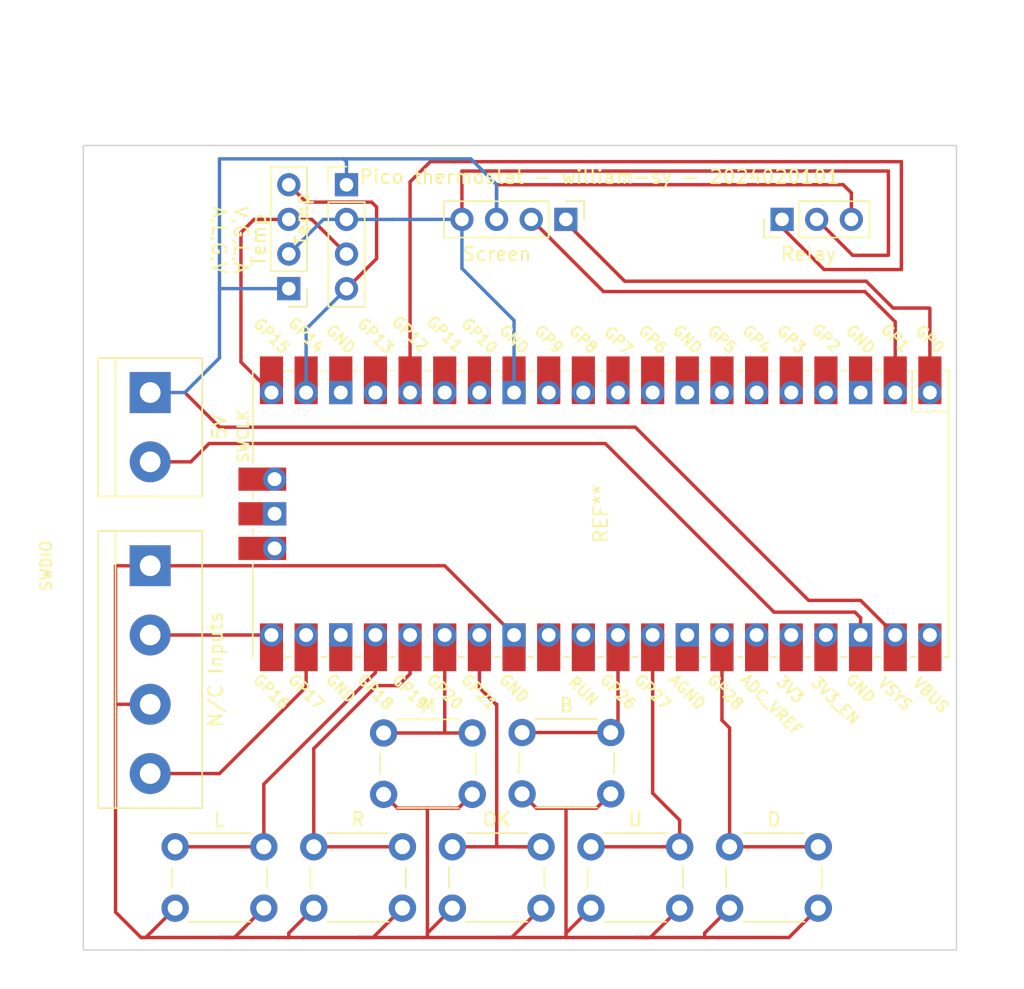
<source format=kicad_pcb>
(kicad_pcb (version 20221018) (generator pcbnew)
  (layers (0 "F.Cu" signal) (31 "B.Cu" signal) (34 "B.Paste" user) (35 "F.Paste" user) (36 "B.SilkS" user "B.Silkscreen") (37 "F.SilkS" user "F.Silkscreen") (38 "B.Mask" user) (39 "F.Mask" user) (44 "Edge.Cuts" user))
  (net 0 "")
  (footprint "Button_Switch_THT:SW_PUSH_6mm_H5mm" (layer "F.Cu") (at 111.05 104.43)
    (fp_text reference "OK" (at 3.25 -2) (layer "F.SilkS"))
    (fp_text value "SW_PUSH_6mm_H5mm")
    (fp_line (start -0.25 1.5) (end -0.25 3) (stroke (width 0.12)) (layer "F.SilkS"))
    (fp_line (start 1 5.5) (end 5.5 5.5) (stroke (width 0.12)) (layer "F.SilkS"))
    (fp_line (start 5.5 -1) (end 1 -1) (stroke (width 0.12)) (layer "F.SilkS"))
    (fp_line (start 6.75 3) (end 6.75 1.5) (stroke (width 0.12)) (layer "F.SilkS"))
    (pad "1" thru_hole circle (at 0 0 90) (size 2 2) (drill 1.1) (layers "*.Cu" "*.Mask"))
    (pad "1" thru_hole circle (at 6.5 0 90) (size 2 2) (drill 1.1) (layers "*.Cu" "*.Mask"))
    (pad "2" thru_hole circle (at 0 4.5 90) (size 2 2) (drill 1.1) (layers "*.Cu" "*.Mask"))
    (pad "2" thru_hole circle (at 6.5 4.5 90) (size 2 2) (drill 1.1) (layers "*.Cu" "*.Mask"))
  )
  (footprint "Connector_PinHeader_2.54mm:PinHeader_1x04_P2.54mm_Vertical" (layer "F.Cu") (at 103.289539 55.882487)
    (fp_text reference "Temp" (at -3.24 2.54 90) (layer "F.SilkS"))
    (fp_text value "PinHeader_1x04_P2.54mm_Vertical")
    (fp_line (start -1.33 -1.33) (end 0 -1.33) (stroke (width 0.12)) (layer "F.SilkS"))
    (fp_line (start -1.33 0) (end -1.33 -1.33) (stroke (width 0.12)) (layer "F.SilkS"))
    (fp_line (start -1.33 1.27) (end -1.33 8.95) (stroke (width 0.12)) (layer "F.SilkS"))
    (fp_line (start -1.33 1.27) (end 1.33 1.27) (stroke (width 0.12)) (layer "F.SilkS"))
    (fp_line (start -1.33 8.95) (end 1.33 8.95) (stroke (width 0.12)) (layer "F.SilkS"))
    (fp_line (start 1.33 1.27) (end 1.33 8.95) (stroke (width 0.12)) (layer "F.SilkS"))
    (pad "1" thru_hole rect (at 0 0) (size 1.7 1.7) (drill 1) (layers "*.Cu" "*.Mask"))
    (pad "2" thru_hole oval (at 0 2.54) (size 1.7 1.7) (drill 1) (layers "*.Cu" "*.Mask"))
    (pad "3" thru_hole oval (at 0 5.08) (size 1.7 1.7) (drill 1) (layers "*.Cu" "*.Mask"))
    (pad "4" thru_hole oval (at 0 7.62) (size 1.7 1.7) (drill 1) (layers "*.Cu" "*.Mask"))
  )
  (footprint "TerminalBlock:TerminalBlock_bornier-2_P5.08mm" (layer "F.Cu") (at 88.9 71.12 -90)
    (fp_text reference "5V" (at 2.54 -5.08 90) (layer "F.SilkS"))
    (fp_text value "TerminalBlock_bornier-2_P5.08mm")
    (fp_line (start -2.54 -3.81) (end -2.54 3.81) (stroke (width 0.12)) (layer "F.SilkS"))
    (fp_line (start -2.54 3.81) (end 7.62 3.81) (stroke (width 0.12)) (layer "F.SilkS"))
    (fp_line (start 7.62 -3.81) (end -2.54 -3.81) (stroke (width 0.12)) (layer "F.SilkS"))
    (fp_line (start 7.62 2.54) (end -2.54 2.54) (stroke (width 0.12)) (layer "F.SilkS"))
    (fp_line (start 7.62 3.81) (end 7.62 -3.81) (stroke (width 0.12)) (layer "F.SilkS"))
    (pad "1" thru_hole rect (at 0 0 270) (size 3 3) (drill 1.52) (layers "*.Cu" "*.Mask"))
    (pad "2" thru_hole circle (at 5.08 0 270) (size 3 3) (drill 1.52) (layers "*.Cu" "*.Mask"))
  )
  (footprint "Connector_PinHeader_2.54mm:PinHeader_1x04_P2.54mm_Vertical" (layer "F.Cu") (at 99.06 63.5 180)
    (fp_text reference "Temp" (at 2.191888 3.575764 90) (layer "F.SilkS"))
    (fp_text value "PinHeader_1x04_P2.54mm_Vertical")
    (fp_line (start -1.33 -1.33) (end 0 -1.33) (stroke (width 0.12)) (layer "F.SilkS"))
    (fp_line (start -1.33 0) (end -1.33 -1.33) (stroke (width 0.12)) (layer "F.SilkS"))
    (fp_line (start -1.33 1.27) (end -1.33 8.95) (stroke (width 0.12)) (layer "F.SilkS"))
    (fp_line (start -1.33 1.27) (end 1.33 1.27) (stroke (width 0.12)) (layer "F.SilkS"))
    (fp_line (start -1.33 8.95) (end 1.33 8.95) (stroke (width 0.12)) (layer "F.SilkS"))
    (fp_line (start 1.33 1.27) (end 1.33 8.95) (stroke (width 0.12)) (layer "F.SilkS"))
    (pad "1" thru_hole rect (at 0 0 180) (size 1.7 1.7) (drill 1) (layers "*.Cu" "*.Mask"))
    (pad "2" thru_hole oval (at 0 2.54 180) (size 1.7 1.7) (drill 1) (layers "*.Cu" "*.Mask"))
    (pad "3" thru_hole oval (at 0 5.08 180) (size 1.7 1.7) (drill 1) (layers "*.Cu" "*.Mask"))
    (pad "4" thru_hole oval (at 0 7.62 180) (size 1.7 1.7) (drill 1) (layers "*.Cu" "*.Mask"))
  )
  (footprint "Button_Switch_THT:SW_PUSH_6mm_H5mm" (layer "F.Cu") (at 121.21 104.43)
    (fp_text reference "U" (at 3.25 -2) (layer "F.SilkS"))
    (fp_text value "SW_PUSH_6mm_H5mm")
    (fp_line (start -0.25 1.5) (end -0.25 3) (stroke (width 0.12)) (layer "F.SilkS"))
    (fp_line (start 1 5.5) (end 5.5 5.5) (stroke (width 0.12)) (layer "F.SilkS"))
    (fp_line (start 5.5 -1) (end 1 -1) (stroke (width 0.12)) (layer "F.SilkS"))
    (fp_line (start 6.75 3) (end 6.75 1.5) (stroke (width 0.12)) (layer "F.SilkS"))
    (pad "1" thru_hole circle (at 0 0 90) (size 2 2) (drill 1.1) (layers "*.Cu" "*.Mask"))
    (pad "1" thru_hole circle (at 6.5 0 90) (size 2 2) (drill 1.1) (layers "*.Cu" "*.Mask"))
    (pad "2" thru_hole circle (at 0 4.5 90) (size 2 2) (drill 1.1) (layers "*.Cu" "*.Mask"))
    (pad "2" thru_hole circle (at 6.5 4.5 90) (size 2 2) (drill 1.1) (layers "*.Cu" "*.Mask"))
  )
  (footprint "Button_Switch_THT:SW_PUSH_6mm_H5mm" (layer "F.Cu") (at 131.37 104.43)
    (fp_text reference "D" (at 3.25 -2) (layer "F.SilkS"))
    (fp_text value "SW_PUSH_6mm_H5mm")
    (fp_line (start -0.25 1.5) (end -0.25 3) (stroke (width 0.12)) (layer "F.SilkS"))
    (fp_line (start 1 5.5) (end 5.5 5.5) (stroke (width 0.12)) (layer "F.SilkS"))
    (fp_line (start 5.5 -1) (end 1 -1) (stroke (width 0.12)) (layer "F.SilkS"))
    (fp_line (start 6.75 3) (end 6.75 1.5) (stroke (width 0.12)) (layer "F.SilkS"))
    (pad "1" thru_hole circle (at 0 0 90) (size 2 2) (drill 1.1) (layers "*.Cu" "*.Mask"))
    (pad "1" thru_hole circle (at 6.5 0 90) (size 2 2) (drill 1.1) (layers "*.Cu" "*.Mask"))
    (pad "2" thru_hole circle (at 0 4.5 90) (size 2 2) (drill 1.1) (layers "*.Cu" "*.Mask"))
    (pad "2" thru_hole circle (at 6.5 4.5 90) (size 2 2) (drill 1.1) (layers "*.Cu" "*.Mask"))
  )
  (footprint "Button_Switch_THT:SW_PUSH_6mm_H5mm" (layer "F.Cu") (at 106.008309 96.085206)
    (fp_text reference "M" (at 3.25 -2) (layer "F.SilkS"))
    (fp_text value "SW_PUSH_6mm_H5mm")
    (fp_line (start -0.25 1.5) (end -0.25 3) (stroke (width 0.12)) (layer "F.SilkS"))
    (fp_line (start 1 5.5) (end 5.5 5.5) (stroke (width 0.12)) (layer "F.SilkS"))
    (fp_line (start 5.5 -1) (end 1 -1) (stroke (width 0.12)) (layer "F.SilkS"))
    (fp_line (start 6.75 3) (end 6.75 1.5) (stroke (width 0.12)) (layer "F.SilkS"))
    (pad "1" thru_hole circle (at 0 0 90) (size 2 2) (drill 1.1) (layers "*.Cu" "*.Mask"))
    (pad "1" thru_hole circle (at 6.5 0 90) (size 2 2) (drill 1.1) (layers "*.Cu" "*.Mask"))
    (pad "2" thru_hole circle (at 0 4.5 90) (size 2 2) (drill 1.1) (layers "*.Cu" "*.Mask"))
    (pad "2" thru_hole circle (at 6.5 4.5 90) (size 2 2) (drill 1.1) (layers "*.Cu" "*.Mask"))
  )
  (footprint "Connector_PinHeader_2.54mm:PinHeader_1x04_P2.54mm_Vertical" (layer "F.Cu") (at 119.37 58.42 -90)
    (fp_text reference "Screen" (at 2.54 5.07) (layer "F.SilkS"))
    (fp_text value "PinHeader_1x04_P2.54mm_Vertical")
    (fp_line (start -1.33 -1.33) (end 0 -1.33) (stroke (width 0.12)) (layer "F.SilkS"))
    (fp_line (start -1.33 0) (end -1.33 -1.33) (stroke (width 0.12)) (layer "F.SilkS"))
    (fp_line (start -1.33 1.27) (end -1.33 8.95) (stroke (width 0.12)) (layer "F.SilkS"))
    (fp_line (start -1.33 1.27) (end 1.33 1.27) (stroke (width 0.12)) (layer "F.SilkS"))
    (fp_line (start -1.33 8.95) (end 1.33 8.95) (stroke (width 0.12)) (layer "F.SilkS"))
    (fp_line (start 1.33 1.27) (end 1.33 8.95) (stroke (width 0.12)) (layer "F.SilkS"))
    (pad "1" thru_hole rect (at 0 0 270) (size 1.7 1.7) (drill 1) (layers "*.Cu" "*.Mask"))
    (pad "2" thru_hole oval (at 0 2.54 270) (size 1.7 1.7) (drill 1) (layers "*.Cu" "*.Mask"))
    (pad "3" thru_hole oval (at 0 5.08 270) (size 1.7 1.7) (drill 1) (layers "*.Cu" "*.Mask"))
    (pad "4" thru_hole oval (at 0 7.62 270) (size 1.7 1.7) (drill 1) (layers "*.Cu" "*.Mask"))
  )
  (footprint "Button_Switch_THT:SW_PUSH_6mm_H5mm" (layer "F.Cu") (at 90.73 104.43)
    (fp_text reference "L" (at 3.25 -2) (layer "F.SilkS"))
    (fp_text value "SW_PUSH_6mm_H5mm")
    (fp_line (start -0.25 1.5) (end -0.25 3) (stroke (width 0.12)) (layer "F.SilkS"))
    (fp_line (start 1 5.5) (end 5.5 5.5) (stroke (width 0.12)) (layer "F.SilkS"))
    (fp_line (start 5.5 -1) (end 1 -1) (stroke (width 0.12)) (layer "F.SilkS"))
    (fp_line (start 6.75 3) (end 6.75 1.5) (stroke (width 0.12)) (layer "F.SilkS"))
    (pad "1" thru_hole circle (at 0 0 90) (size 2 2) (drill 1.1) (layers "*.Cu" "*.Mask"))
    (pad "1" thru_hole circle (at 6.5 0 90) (size 2 2) (drill 1.1) (layers "*.Cu" "*.Mask"))
    (pad "2" thru_hole circle (at 0 4.5 90) (size 2 2) (drill 1.1) (layers "*.Cu" "*.Mask"))
    (pad "2" thru_hole circle (at 6.5 4.5 90) (size 2 2) (drill 1.1) (layers "*.Cu" "*.Mask"))
  )
  (footprint "Button_Switch_THT:SW_PUSH_6mm_H5mm" (layer "F.Cu") (at 100.89 104.43)
    (fp_text reference "R" (at 3.25 -2) (layer "F.SilkS"))
    (fp_text value "SW_PUSH_6mm_H5mm")
    (fp_line (start -0.25 1.5) (end -0.25 3) (stroke (width 0.12)) (layer "F.SilkS"))
    (fp_line (start 1 5.5) (end 5.5 5.5) (stroke (width 0.12)) (layer "F.SilkS"))
    (fp_line (start 5.5 -1) (end 1 -1) (stroke (width 0.12)) (layer "F.SilkS"))
    (fp_line (start 6.75 3) (end 6.75 1.5) (stroke (width 0.12)) (layer "F.SilkS"))
    (pad "1" thru_hole circle (at 0 0 90) (size 2 2) (drill 1.1) (layers "*.Cu" "*.Mask"))
    (pad "1" thru_hole circle (at 6.5 0 90) (size 2 2) (drill 1.1) (layers "*.Cu" "*.Mask"))
    (pad "2" thru_hole circle (at 0 4.5 90) (size 2 2) (drill 1.1) (layers "*.Cu" "*.Mask"))
    (pad "2" thru_hole circle (at 6.5 4.5 90) (size 2 2) (drill 1.1) (layers "*.Cu" "*.Mask"))
  )
  (footprint "Button_Switch_THT:SW_PUSH_6mm_H5mm" (layer "F.Cu") (at 116.160212 96.051754)
    (fp_text reference "B" (at 3.25 -2) (layer "F.SilkS"))
    (fp_text value "SW_PUSH_6mm_H5mm")
    (fp_line (start -0.25 1.5) (end -0.25 3) (stroke (width 0.12)) (layer "F.SilkS"))
    (fp_line (start 1 5.5) (end 5.5 5.5) (stroke (width 0.12)) (layer "F.SilkS"))
    (fp_line (start 5.5 -1) (end 1 -1) (stroke (width 0.12)) (layer "F.SilkS"))
    (fp_line (start 6.75 3) (end 6.75 1.5) (stroke (width 0.12)) (layer "F.SilkS"))
    (pad "1" thru_hole circle (at 0 0 90) (size 2 2) (drill 1.1) (layers "*.Cu" "*.Mask"))
    (pad "1" thru_hole circle (at 6.5 0 90) (size 2 2) (drill 1.1) (layers "*.Cu" "*.Mask"))
    (pad "2" thru_hole circle (at 0 4.5 90) (size 2 2) (drill 1.1) (layers "*.Cu" "*.Mask"))
    (pad "2" thru_hole circle (at 6.5 4.5 90) (size 2 2) (drill 1.1) (layers "*.Cu" "*.Mask"))
  )
  (footprint "TerminalBlock:TerminalBlock_bornier-4_P5.08mm" (layer "F.Cu") (at 88.9 83.82 -90)
    (fp_text reference "N/C Inputs" (at 7.6 -4.8 90) (layer "F.SilkS"))
    (fp_text value "TerminalBlock_bornier-4_P5.08mm")
    (fp_line (start -2.54 -3.81) (end -2.54 3.81) (stroke (width 0.12)) (layer "F.SilkS"))
    (fp_line (start -2.54 -3.81) (end 17.78 -3.81) (stroke (width 0.12)) (layer "F.SilkS"))
    (fp_line (start -2.54 3.81) (end 17.78 3.81) (stroke (width 0.12)) (layer "F.SilkS"))
    (fp_line (start 17.78 2.54) (end -2.54 2.54) (stroke (width 0.12)) (layer "F.SilkS"))
    (fp_line (start 17.78 3.81) (end 17.78 -3.81) (stroke (width 0.12)) (layer "F.SilkS"))
    (pad "1" thru_hole rect (at 0 0 270) (size 3 3) (drill 1.52) (layers "*.Cu" "*.Mask"))
    (pad "2" thru_hole circle (at 5.08 0 270) (size 3 3) (drill 1.52) (layers "*.Cu" "*.Mask"))
    (pad "3" thru_hole circle (at 10.16 0 270) (size 3 3) (drill 1.52) (layers "*.Cu" "*.Mask"))
    (pad "4" thru_hole circle (at 15.24 0 270) (size 3 3) (drill 1.52) (layers "*.Cu" "*.Mask"))
  )
  (footprint "MCU_RaspberryPi_and_Boards:RPi_Pico_SMD_TH" (layer "F.Cu") (at 121.92 80.01 -90)
    (fp_text reference "REF**" (at 0 0 90) (layer "F.SilkS"))
    (fp_text value "RPi_Pico_SMD_TH")
    (fp_text user "GP12" (at -13.2 13.97 135) (layer "F.SilkS") (effects (font (size 0.8 0.8))))
    (fp_text user "GP17" (at 13.054 21.59 135) (layer "F.SilkS") (effects (font (size 0.8 0.8))))
    (fp_text user "GP14" (at -13.1 21.59 135) (layer "F.SilkS") (effects (font (size 0.8 0.8))))
    (fp_text user "VSYS" (at 13.2 -21.59 135) (layer "F.SilkS") (effects (font (size 0.8 0.8))))
    (fp_text user "GP2" (at -12.9 -16.51 135) (layer "F.SilkS") (effects (font (size 0.8 0.8))))
    (fp_text user "GP4" (at -12.8 -11.43 135) (layer "F.SilkS") (effects (font (size 0.8 0.8))))
    (fp_text user "GP9" (at -12.8 3.81 135) (layer "F.SilkS") (effects (font (size 0.8 0.8))))
    (fp_text user "GP11" (at -13.2 11.43 135) (layer "F.SilkS") (effects (font (size 0.8 0.8))))
    (fp_text user "GP19" (at 13.054 13.97 135) (layer "F.SilkS") (effects (font (size 0.8 0.8))))
    (fp_text user "GND" (at 12.8 -19.05 135) (layer "F.SilkS") (effects (font (size 0.8 0.8))))
    (fp_text user "GP8" (at -12.8 1.27 135) (layer "F.SilkS") (effects (font (size 0.8 0.8))))
    (fp_text user "GP0" (at -12.8 -24.13 135) (layer "F.SilkS") (effects (font (size 0.8 0.8))))
    (fp_text user "GP16" (at 13.054 24.13 135) (layer "F.SilkS") (effects (font (size 0.8 0.8))))
    (fp_text user "GND" (at 12.8 19.05 135) (layer "F.SilkS") (effects (font (size 0.8 0.8))))
    (fp_text user "GP5" (at -12.8 -8.89 135) (layer "F.SilkS") (effects (font (size 0.8 0.8))))
    (fp_text user "GND" (at -12.8 6.35 135) (layer "F.SilkS") (effects (font (size 0.8 0.8))))
    (fp_text user "GP26" (at 13.054 -1.27 135) (layer "F.SilkS") (effects (font (size 0.8 0.8))))
    (fp_text user "RUN" (at 13 1.27 135) (layer "F.SilkS") (effects (font (size 0.8 0.8))))
    (fp_text user "GP13" (at -13.054 16.51 135) (layer "F.SilkS") (effects (font (size 0.8 0.8))))
    (fp_text user "GP21" (at 13.054 8.9 135) (layer "F.SilkS") (effects (font (size 0.8 0.8))))
    (fp_text user "VBUS" (at 13.3 -24.2 135) (layer "F.SilkS") (effects (font (size 0.8 0.8))))
    (fp_text user "GND" (at -12.8 19.05 135) (layer "F.SilkS") (effects (font (size 0.8 0.8))))
    (fp_text user "GP3" (at -12.8 -13.97 135) (layer "F.SilkS") (effects (font (size 0.8 0.8))))
    (fp_text user "GP28" (at 13.054 -9.144 135) (layer "F.SilkS") (effects (font (size 0.8 0.8))))
    (fp_text user "GP10" (at -13.054 8.89 135) (layer "F.SilkS") (effects (font (size 0.8 0.8))))
    (fp_text user "GND" (at -12.8 -19.05 135) (layer "F.SilkS") (effects (font (size 0.8 0.8))))
    (fp_text user "GP18" (at 13.054 16.51 135) (layer "F.SilkS") (effects (font (size 0.8 0.8))))
    (fp_text user "GP20" (at 13.054 11.43 135) (layer "F.SilkS") (effects (font (size 0.8 0.8))))
    (fp_text user "GP1" (at -12.9 -21.6 135) (layer "F.SilkS") (effects (font (size 0.8 0.8))))
    (fp_text user "GP7" (at -12.7 -1.3 135) (layer "F.SilkS") (effects (font (size 0.8 0.8))))
    (fp_text user "3V3" (at 12.9 -13.9 135) (layer "F.SilkS") (effects (font (size 0.8 0.8))))
    (fp_text user "SWCLK" (at -5.7 26.2 90) (layer "F.SilkS") (effects (font (size 0.8 0.8))))
    (fp_text user "GP6" (at -12.8 -3.81 135) (layer "F.SilkS") (effects (font (size 0.8 0.8))))
    (fp_text user "GP15" (at -13.054 24.13 135) (layer "F.SilkS") (effects (font (size 0.8 0.8))))
    (fp_text user "GP27" (at 13.054 -3.8 135) (layer "F.SilkS") (effects (font (size 0.8 0.8))))
    (fp_text user "GND" (at 12.8 6.35 135) (layer "F.SilkS") (effects (font (size 0.8 0.8))))
    (fp_text user "3V3_EN" (at 13.7 -17.2 135) (layer "F.SilkS") (effects (font (size 0.8 0.8))))
    (fp_text user "AGND" (at 13.054 -6.35 135) (layer "F.SilkS") (effects (font (size 0.8 0.8))))
    (fp_text user "SWDIO" (at 3.81 40.64 90) (layer "F.SilkS") (effects (font (size 0.8 0.8))))
    (fp_text user "GND" (at -12.8 -6.35 135) (layer "F.SilkS") (effects (font (size 0.8 0.8))))
    (fp_text user "ADC_VREF" (at 14 -12.5 135) (layer "F.SilkS") (effects (font (size 0.8 0.8))))
    (fp_line (start -10.5 -25.5) (end -10.5 -25.2) (stroke (width 0.12)) (layer "F.SilkS"))
    (fp_line (start -10.5 -25.5) (end 10.5 -25.5) (stroke (width 0.12)) (layer "F.SilkS"))
    (fp_line (start -10.5 -23.1) (end -10.5 -22.7) (stroke (width 0.12)) (layer "F.SilkS"))
    (fp_line (start -10.5 -22.833) (end -7.493 -22.833) (stroke (width 0.12)) (layer "F.SilkS"))
    (fp_line (start -10.5 -20.5) (end -10.5 -20.1) (stroke (width 0.12)) (layer "F.SilkS"))
    (fp_line (start -10.5 -18) (end -10.5 -17.6) (stroke (width 0.12)) (layer "F.SilkS"))
    (fp_line (start -10.5 -15.4) (end -10.5 -15) (stroke (width 0.12)) (layer "F.SilkS"))
    (fp_line (start -10.5 -12.9) (end -10.5 -12.5) (stroke (width 0.12)) (layer "F.SilkS"))
    (fp_line (start -10.5 -10.4) (end -10.5 -10) (stroke (width 0.12)) (layer "F.SilkS"))
    (fp_line (start -10.5 -7.8) (end -10.5 -7.4) (stroke (width 0.12)) (layer "F.SilkS"))
    (fp_line (start -10.5 -5.3) (end -10.5 -4.9) (stroke (width 0.12)) (layer "F.SilkS"))
    (fp_line (start -10.5 -2.7) (end -10.5 -2.3) (stroke (width 0.12)) (layer "F.SilkS"))
    (fp_line (start -10.5 -0.2) (end -10.5 0.2) (stroke (width 0.12)) (layer "F.SilkS"))
    (fp_line (start -10.5 2.3) (end -10.5 2.7) (stroke (width 0.12)) (layer "F.SilkS"))
    (fp_line (start -10.5 4.9) (end -10.5 5.3) (stroke (width 0.12)) (layer "F.SilkS"))
    (fp_line (start -10.5 7.4) (end -10.5 7.8) (stroke (width 0.12)) (layer "F.SilkS"))
    (fp_line (start -10.5 10) (end -10.5 10.4) (stroke (width 0.12)) (layer "F.SilkS"))
    (fp_line (start -10.5 12.5) (end -10.5 12.9) (stroke (width 0.12)) (layer "F.SilkS"))
    (fp_line (start -10.5 15.1) (end -10.5 15.5) (stroke (width 0.12)) (layer "F.SilkS"))
    (fp_line (start -10.5 17.6) (end -10.5 18) (stroke (width 0.12)) (layer "F.SilkS"))
    (fp_line (start -10.5 20.1) (end -10.5 20.5) (stroke (width 0.12)) (layer "F.SilkS"))
    (fp_line (start -10.5 22.7) (end -10.5 23.1) (stroke (width 0.12)) (layer "F.SilkS"))
    (fp_line (start -7.493 -22.833) (end -7.493 -25.5) (stroke (width 0.12)) (layer "F.SilkS"))
    (fp_line (start -3.7 25.5) (end -10.5 25.5) (stroke (width 0.12)) (layer "F.SilkS"))
    (fp_line (start -1.5 25.5) (end -1.1 25.5) (stroke (width 0.12)) (layer "F.SilkS"))
    (fp_line (start 1.1 25.5) (end 1.5 25.5) (stroke (width 0.12)) (layer "F.SilkS"))
    (fp_line (start 10.5 -25.5) (end 10.5 -25.2) (stroke (width 0.12)) (layer "F.SilkS"))
    (fp_line (start 10.5 -23.1) (end 10.5 -22.7) (stroke (width 0.12)) (layer "F.SilkS"))
    (fp_line (start 10.5 -20.5) (end 10.5 -20.1) (stroke (width 0.12)) (layer "F.SilkS"))
    (fp_line (start 10.5 -18) (end 10.5 -17.6) (stroke (width 0.12)) (layer "F.SilkS"))
    (fp_line (start 10.5 -15.4) (end 10.5 -15) (stroke (width 0.12)) (layer "F.SilkS"))
    (fp_line (start 10.5 -12.9) (end 10.5 -12.5) (stroke (width 0.12)) (layer "F.SilkS"))
    (fp_line (start 10.5 -10.4) (end 10.5 -10) (stroke (width 0.12)) (layer "F.SilkS"))
    (fp_line (start 10.5 -7.8) (end 10.5 -7.4) (stroke (width 0.12)) (layer "F.SilkS"))
    (fp_line (start 10.5 -5.3) (end 10.5 -4.9) (stroke (width 0.12)) (layer "F.SilkS"))
    (fp_line (start 10.5 -2.7) (end 10.5 -2.3) (stroke (width 0.12)) (layer "F.SilkS"))
    (fp_line (start 10.5 -0.2) (end 10.5 0.2) (stroke (width 0.12)) (layer "F.SilkS"))
    (fp_line (start 10.5 2.3) (end 10.5 2.7) (stroke (width 0.12)) (layer "F.SilkS"))
    (fp_line (start 10.5 4.9) (end 10.5 5.3) (stroke (width 0.12)) (layer "F.SilkS"))
    (fp_line (start 10.5 7.4) (end 10.5 7.8) (stroke (width 0.12)) (layer "F.SilkS"))
    (fp_line (start 10.5 10) (end 10.5 10.4) (stroke (width 0.12)) (layer "F.SilkS"))
    (fp_line (start 10.5 12.5) (end 10.5 12.9) (stroke (width 0.12)) (layer "F.SilkS"))
    (fp_line (start 10.5 15.1) (end 10.5 15.5) (stroke (width 0.12)) (layer "F.SilkS"))
    (fp_line (start 10.5 17.6) (end 10.5 18) (stroke (width 0.12)) (layer "F.SilkS"))
    (fp_line (start 10.5 20.1) (end 10.5 20.5) (stroke (width 0.12)) (layer "F.SilkS"))
    (fp_line (start 10.5 22.7) (end 10.5 23.1) (stroke (width 0.12)) (layer "F.SilkS"))
    (fp_line (start 10.5 25.5) (end 3.7 25.5) (stroke (width 0.12)) (layer "F.SilkS"))
    (pad "" np_thru_hole oval (at -2.725 -24 270) (size 1.8 1.8) (drill 1.8) (layers "*.Cu" "*.Mask"))
    (pad "" np_thru_hole oval (at -2.425 -20.97 270) (size 1.5 1.5) (drill 1.5) (layers "*.Cu" "*.Mask"))
    (pad "" np_thru_hole oval (at 2.425 -20.97 270) (size 1.5 1.5) (drill 1.5) (layers "*.Cu" "*.Mask"))
    (pad "" np_thru_hole oval (at 2.725 -24 270) (size 1.8 1.8) (drill 1.8) (layers "*.Cu" "*.Mask"))
    (pad "1" thru_hole oval (at -8.89 -24.13 270) (size 1.7 1.7) (drill 1.02) (layers "*.Cu" "*.Mask"))
    (pad "1" smd rect (at -8.89 -24.13 270) (size 3.5 1.7) (drill (offset -0.9 0)) (layers "F.Cu" "F.Mask"))
    (pad "2" thru_hole oval (at -8.89 -21.59 270) (size 1.7 1.7) (drill 1.02) (layers "*.Cu" "*.Mask"))
    (pad "2" smd rect (at -8.89 -21.59 270) (size 3.5 1.7) (drill (offset -0.9 0)) (layers "F.Cu" "F.Mask"))
    (pad "3" thru_hole rect (at -8.89 -19.05 270) (size 1.7 1.7) (drill 1.02) (layers "*.Cu" "*.Mask"))
    (pad "3" smd rect (at -8.89 -19.05 270) (size 3.5 1.7) (drill (offset -0.9 0)) (layers "F.Cu" "F.Mask"))
    (pad "4" thru_hole oval (at -8.89 -16.51 270) (size 1.7 1.7) (drill 1.02) (layers "*.Cu" "*.Mask"))
    (pad "4" smd rect (at -8.89 -16.51 270) (size 3.5 1.7) (drill (offset -0.9 0)) (layers "F.Cu" "F.Mask"))
    (pad "5" thru_hole oval (at -8.89 -13.97 270) (size 1.7 1.7) (drill 1.02) (layers "*.Cu" "*.Mask"))
    (pad "5" smd rect (at -8.89 -13.97 270) (size 3.5 1.7) (drill (offset -0.9 0)) (layers "F.Cu" "F.Mask"))
    (pad "6" thru_hole oval (at -8.89 -11.43 270) (size 1.7 1.7) (drill 1.02) (layers "*.Cu" "*.Mask"))
    (pad "6" smd rect (at -8.89 -11.43 270) (size 3.5 1.7) (drill (offset -0.9 0)) (layers "F.Cu" "F.Mask"))
    (pad "7" thru_hole oval (at -8.89 -8.89 270) (size 1.7 1.7) (drill 1.02) (layers "*.Cu" "*.Mask"))
    (pad "7" smd rect (at -8.89 -8.89 270) (size 3.5 1.7) (drill (offset -0.9 0)) (layers "F.Cu" "F.Mask"))
    (pad "8" thru_hole rect (at -8.89 -6.35 270) (size 1.7 1.7) (drill 1.02) (layers "*.Cu" "*.Mask"))
    (pad "8" smd rect (at -8.89 -6.35 270) (size 3.5 1.7) (drill (offset -0.9 0)) (layers "F.Cu" "F.Mask"))
    (pad "9" thru_hole oval (at -8.89 -3.81 270) (size 1.7 1.7) (drill 1.02) (layers "*.Cu" "*.Mask"))
    (pad "9" smd rect (at -8.89 -3.81 270) (size 3.5 1.7) (drill (offset -0.9 0)) (layers "F.Cu" "F.Mask"))
    (pad "10" thru_hole oval (at -8.89 -1.27 270) (size 1.7 1.7) (drill 1.02) (layers "*.Cu" "*.Mask"))
    (pad "10" smd rect (at -8.89 -1.27 270) (size 3.5 1.7) (drill (offset -0.9 0)) (layers "F.Cu" "F.Mask"))
    (pad "11" thru_hole oval (at -8.89 1.27 270) (size 1.7 1.7) (drill 1.02) (layers "*.Cu" "*.Mask"))
    (pad "11" smd rect (at -8.89 1.27 270) (size 3.5 1.7) (drill (offset -0.9 0)) (layers "F.Cu" "F.Mask"))
    (pad "12" thru_hole oval (at -8.89 3.81 270) (size 1.7 1.7) (drill 1.02) (layers "*.Cu" "*.Mask"))
    (pad "12" smd rect (at -8.89 3.81 270) (size 3.5 1.7) (drill (offset -0.9 0)) (layers "F.Cu" "F.Mask"))
    (pad "13" thru_hole rect (at -8.89 6.35 270) (size 1.7 1.7) (drill 1.02) (layers "*.Cu" "*.Mask"))
    (pad "13" smd rect (at -8.89 6.35 270) (size 3.5 1.7) (drill (offset -0.9 0)) (layers "F.Cu" "F.Mask"))
    (pad "14" thru_hole oval (at -8.89 8.89 270) (size 1.7 1.7) (drill 1.02) (layers "*.Cu" "*.Mask"))
    (pad "14" smd rect (at -8.89 8.89 270) (size 3.5 1.7) (drill (offset -0.9 0)) (layers "F.Cu" "F.Mask"))
    (pad "15" thru_hole oval (at -8.89 11.43 270) (size 1.7 1.7) (drill 1.02) (layers "*.Cu" "*.Mask"))
    (pad "15" smd rect (at -8.89 11.43 270) (size 3.5 1.7) (drill (offset -0.9 0)) (layers "F.Cu" "F.Mask"))
    (pad "16" thru_hole oval (at -8.89 13.97 270) (size 1.7 1.7) (drill 1.02) (layers "*.Cu" "*.Mask"))
    (pad "16" smd rect (at -8.89 13.97 270) (size 3.5 1.7) (drill (offset -0.9 0)) (layers "F.Cu" "F.Mask"))
    (pad "17" thru_hole oval (at -8.89 16.51 270) (size 1.7 1.7) (drill 1.02) (layers "*.Cu" "*.Mask"))
    (pad "17" smd rect (at -8.89 16.51 270) (size 3.5 1.7) (drill (offset -0.9 0)) (layers "F.Cu" "F.Mask"))
    (pad "18" thru_hole rect (at -8.89 19.05 270) (size 1.7 1.7) (drill 1.02) (layers "*.Cu" "*.Mask"))
    (pad "18" smd rect (at -8.89 19.05 270) (size 3.5 1.7) (drill (offset -0.9 0)) (layers "F.Cu" "F.Mask"))
    (pad "19" thru_hole oval (at -8.89 21.59 270) (size 1.7 1.7) (drill 1.02) (layers "*.Cu" "*.Mask"))
    (pad "19" smd rect (at -8.89 21.59 270) (size 3.5 1.7) (drill (offset -0.9 0)) (layers "F.Cu" "F.Mask"))
    (pad "20" thru_hole oval (at -8.89 24.13 270) (size 1.7 1.7) (drill 1.02) (layers "*.Cu" "*.Mask"))
    (pad "20" smd rect (at -8.89 24.13 270) (size 3.5 1.7) (drill (offset -0.9 0)) (layers "F.Cu" "F.Mask"))
    (pad "21" thru_hole oval (at 8.89 24.13 270) (size 1.7 1.7) (drill 1.02) (layers "*.Cu" "*.Mask"))
    (pad "21" smd rect (at 8.89 24.13 270) (size 3.5 1.7) (drill (offset 0.9 0)) (layers "F.Cu" "F.Mask"))
    (pad "22" thru_hole oval (at 8.89 21.59 270) (size 1.7 1.7) (drill 1.02) (layers "*.Cu" "*.Mask"))
    (pad "22" smd rect (at 8.89 21.59 270) (size 3.5 1.7) (drill (offset 0.9 0)) (layers "F.Cu" "F.Mask"))
    (pad "23" thru_hole rect (at 8.89 19.05 270) (size 1.7 1.7) (drill 1.02) (layers "*.Cu" "*.Mask"))
    (pad "23" smd rect (at 8.89 19.05 270) (size 3.5 1.7) (drill (offset 0.9 0)) (layers "F.Cu" "F.Mask"))
    (pad "24" thru_hole oval (at 8.89 16.51 270) (size 1.7 1.7) (drill 1.02) (layers "*.Cu" "*.Mask"))
    (pad "24" smd rect (at 8.89 16.51 270) (size 3.5 1.7) (drill (offset 0.9 0)) (layers "F.Cu" "F.Mask"))
    (pad "25" thru_hole oval (at 8.89 13.97 270) (size 1.7 1.7) (drill 1.02) (layers "*.Cu" "*.Mask"))
    (pad "25" smd rect (at 8.89 13.97 270) (size 3.5 1.7) (drill (offset 0.9 0)) (layers "F.Cu" "F.Mask"))
    (pad "26" thru_hole oval (at 8.89 11.43 270) (size 1.7 1.7) (drill 1.02) (layers "*.Cu" "*.Mask"))
    (pad "26" smd rect (at 8.89 11.43 270) (size 3.5 1.7) (drill (offset 0.9 0)) (layers "F.Cu" "F.Mask"))
    (pad "27" thru_hole oval (at 8.89 8.89 270) (size 1.7 1.7) (drill 1.02) (layers "*.Cu" "*.Mask"))
    (pad "27" smd rect (at 8.89 8.89 270) (size 3.5 1.7) (drill (offset 0.9 0)) (layers "F.Cu" "F.Mask"))
    (pad "28" thru_hole rect (at 8.89 6.35 270) (size 1.7 1.7) (drill 1.02) (layers "*.Cu" "*.Mask"))
    (pad "28" smd rect (at 8.89 6.35 270) (size 3.5 1.7) (drill (offset 0.9 0)) (layers "F.Cu" "F.Mask"))
    (pad "29" thru_hole oval (at 8.89 3.81 270) (size 1.7 1.7) (drill 1.02) (layers "*.Cu" "*.Mask"))
    (pad "29" smd rect (at 8.89 3.81 270) (size 3.5 1.7) (drill (offset 0.9 0)) (layers "F.Cu" "F.Mask"))
    (pad "30" thru_hole oval (at 8.89 1.27 270) (size 1.7 1.7) (drill 1.02) (layers "*.Cu" "*.Mask"))
    (pad "30" smd rect (at 8.89 1.27 270) (size 3.5 1.7) (drill (offset 0.9 0)) (layers "F.Cu" "F.Mask"))
    (pad "31" thru_hole oval (at 8.89 -1.27 270) (size 1.7 1.7) (drill 1.02) (layers "*.Cu" "*.Mask"))
    (pad "31" smd rect (at 8.89 -1.27 270) (size 3.5 1.7) (drill (offset 0.9 0)) (layers "F.Cu" "F.Mask"))
    (pad "32" thru_hole oval (at 8.89 -3.81 270) (size 1.7 1.7) (drill 1.02) (layers "*.Cu" "*.Mask"))
    (pad "32" smd rect (at 8.89 -3.81 270) (size 3.5 1.7) (drill (offset 0.9 0)) (layers "F.Cu" "F.Mask"))
    (pad "33" thru_hole rect (at 8.89 -6.35 270) (size 1.7 1.7) (drill 1.02) (layers "*.Cu" "*.Mask"))
    (pad "33" smd rect (at 8.89 -6.35 270) (size 3.5 1.7) (drill (offset 0.9 0)) (layers "F.Cu" "F.Mask"))
    (pad "34" thru_hole oval (at 8.89 -8.89 270) (size 1.7 1.7) (drill 1.02) (layers "*.Cu" "*.Mask"))
    (pad "34" smd rect (at 8.89 -8.89 270) (size 3.5 1.7) (drill (offset 0.9 0)) (layers "F.Cu" "F.Mask"))
    (pad "35" thru_hole oval (at 8.89 -11.43 270) (size 1.7 1.7) (drill 1.02) (layers "*.Cu" "*.Mask"))
    (pad "35" smd rect (at 8.89 -11.43 270) (size 3.5 1.7) (drill (offset 0.9 0)) (layers "F.Cu" "F.Mask"))
    (pad "36" thru_hole oval (at 8.89 -13.97 270) (size 1.7 1.7) (drill 1.02) (layers "*.Cu" "*.Mask"))
    (pad "36" smd rect (at 8.89 -13.97 270) (size 3.5 1.7) (drill (offset 0.9 0)) (layers "F.Cu" "F.Mask"))
    (pad "37" thru_hole oval (at 8.89 -16.51 270) (size 1.7 1.7) (drill 1.02) (layers "*.Cu" "*.Mask"))
    (pad "37" smd rect (at 8.89 -16.51 270) (size 3.5 1.7) (drill (offset 0.9 0)) (layers "F.Cu" "F.Mask"))
    (pad "38" thru_hole rect (at 8.89 -19.05 270) (size 1.7 1.7) (drill 1.02) (layers "*.Cu" "*.Mask"))
    (pad "38" smd rect (at 8.89 -19.05 270) (size 3.5 1.7) (drill (offset 0.9 0)) (layers "F.Cu" "F.Mask"))
    (pad "39" thru_hole oval (at 8.89 -21.59 270) (size 1.7 1.7) (drill 1.02) (layers "*.Cu" "*.Mask"))
    (pad "39" smd rect (at 8.89 -21.59 270) (size 3.5 1.7) (drill (offset 0.9 0)) (layers "F.Cu" "F.Mask"))
    (pad "40" thru_hole oval (at 8.89 -24.13 270) (size 1.7 1.7) (drill 1.02) (layers "*.Cu" "*.Mask"))
    (pad "40" smd rect (at 8.89 -24.13 270) (size 3.5 1.7) (drill (offset 0.9 0)) (layers "F.Cu" "F.Mask"))
    (pad "41" thru_hole oval (at -2.54 23.9 270) (size 1.7 1.7) (drill 1.02) (layers "*.Cu" "*.Mask"))
    (pad "41" smd rect (at -2.54 23.9) (size 3.5 1.7) (drill (offset -0.9 0)) (layers "F.Cu" "F.Mask"))
    (pad "42" thru_hole rect (at 0 23.9 270) (size 1.7 1.7) (drill 1.02) (layers "*.Cu" "*.Mask"))
    (pad "42" smd rect (at 0 23.9) (size 3.5 1.7) (drill (offset -0.9 0)) (layers "F.Cu" "F.Mask"))
    (pad "43" thru_hole oval (at 2.54 23.9 270) (size 1.7 1.7) (drill 1.02) (layers "*.Cu" "*.Mask"))
    (pad "43" smd rect (at 2.54 23.9) (size 3.5 1.7) (drill (offset -0.9 0)) (layers "F.Cu" "F.Mask"))
  )
  (footprint "Connector_PinHeader_2.54mm:PinHeader_1x03_P2.54mm_Vertical" (layer "F.Cu") (at 135.215 58.42 90)
    (fp_text reference "Relay" (at -2.54 1.945) (layer "F.SilkS"))
    (fp_text value "PinHeader_1x03_P2.54mm_Vertical")
    (fp_line (start -1.33 -1.33) (end 0 -1.33) (stroke (width 0.12)) (layer "F.SilkS"))
    (fp_line (start -1.33 0) (end -1.33 -1.33) (stroke (width 0.12)) (layer "F.SilkS"))
    (fp_line (start -1.33 1.27) (end -1.33 6.41) (stroke (width 0.12)) (layer "F.SilkS"))
    (fp_line (start -1.33 1.27) (end 1.33 1.27) (stroke (width 0.12)) (layer "F.SilkS"))
    (fp_line (start -1.33 6.41) (end 1.33 6.41) (stroke (width 0.12)) (layer "F.SilkS"))
    (fp_line (start 1.33 1.27) (end 1.33 6.41) (stroke (width 0.12)) (layer "F.SilkS"))
    (pad "1" thru_hole rect (at 0 0 90) (size 1.7 1.7) (drill 1) (layers "*.Cu" "*.Mask"))
    (pad "2" thru_hole oval (at 0 2.54 90) (size 1.7 1.7) (drill 1) (layers "*.Cu" "*.Mask"))
    (pad "3" thru_hole oval (at 0 5.08 90) (size 1.7 1.7) (drill 1) (layers "*.Cu" "*.Mask"))
  )
  (gr_rect (start 84 53) (end 148 112) (stroke (width 0.1)) (fill none) (layer "Edge.Cuts"))
  (gr_text "V,G,L,A\nA,L,G,V\n\n" (at 91.753707 57.345545 270) (layer "F.SilkS") (effects (font (size 1 1)) (justify left bottom)))
  (gr_text "Pico thermostat - william-sy - 2024020101" (at 104.14 55.88) (layer "F.SilkS") (effects (font (size 1 1)) (justify left bottom)))
  (segment (start 122.256974 74.854055) (end 134.626173 87.223254) (width 0.25) (layer "F.Cu") (net 0))
  (segment (start 146.05 64.961364) (end 146.010661 64.922025) (width 0.25) (layer "F.Cu") (net 0))
  (segment (start 143.008671 54.875714) (end 143.008671 61.032939) (width 0.25) (layer "F.Cu") (net 0))
  (segment (start 143.008671 61.032939) (end 142.986062 61.055548) (width 0.25) (layer "F.Cu") (net 0))
  (segment (start 123.19 95.521966) (end 122.660212 96.051754) (width 0.25) (layer "F.Cu") (net 0))
  (segment (start 141.385583 62.956892) (end 123.684707 62.956892) (width 0.25) (layer "F.Cu") (net 0))
  (segment (start 138.29725 62.09725) (end 143.961695 62.09725) (width 0.25) (layer "F.Cu") (net 0))
  (segment (start 114.29 55.89) (end 114.29 58.42) (width 0.25) (layer "F.Cu") (net 0))
  (segment (start 114.3 104.14) (end 114.3 104.43) (width 0.25) (layer "F.Cu") (net 0))
  (segment (start 124.46 104.43) (end 127 104.43) (width 0.25) (layer "F.Cu") (net 0))
  (segment (start 100.89 102.658613) (end 100.89 102.090663) (width 0.25) (layer "F.Cu") (net 0))
  (segment (start 139.7 55.88) (end 114.3 55.88) (width 0.25) (layer "F.Cu") (net 0))
  (segment (start 130.81 95.150056) (end 131.37 95.710056) (width 0.25) (layer "F.Cu") (net 0))
  (segment (start 146.05 71.12) (end 146.05 64.961364) (width 0.25) (layer "F.Cu") (net 0))
  (segment (start 88.22246 111.08246) (end 93.98 111.08246) (width 0.25) (layer "F.Cu") (net 0))
  (segment (start 140.390548 61.055548) (end 137.755 58.42) (width 0.25) (layer "F.Cu") (net 0))
  (segment (start 137.16 86.36) (end 140.97 86.36) (width 0.25) (layer "F.Cu") (net 0))
  (segment (start 125.73 100.499786) (end 125.73 88.9) (width 0.25) (layer "F.Cu") (net 0))
  (segment (start 114.3 111.08246) (end 115.39754 111.08246) (width 0.25) (layer "F.Cu") (net 0))
  (segment (start 109.22 111.08246) (end 109.22 110.76) (width 0.25) (layer "F.Cu") (net 0))
  (segment (start 125.73 100.499786) (end 127.71 102.479786) (width 0.25) (layer "F.Cu") (net 0))
  (segment (start 123.419496 89.129496) (end 123.19 88.9) (width 0.25) (layer "F.Cu") (net 0))
  (segment (start 117.55 104.43) (end 111.05 104.43) (width 0.25) (layer "F.Cu") (net 0))
  (segment (start 109.22 101.6) (end 111.493515 101.6) (width 0.25) (layer "F.Cu") (net 0))
  (segment (start 114.3 103.000954) (end 114.3 93.98) (width 0.25) (layer "F.Cu") (net 0))
  (segment (start 143.350716 64.922025) (end 141.385583 62.956892) (width 0.25) (layer "F.Cu") (net 0))
  (segment (start 119.38 111.08246) (end 119.38 110.76) (width 0.25) (layer "F.Cu") (net 0))
  (segment (start 140.555467 87.223254) (end 140.97 87.637787) (width 0.25) (layer "F.Cu") (net 0))
  (segment (start 100.33 92.71) (end 100.33 88.9) (width 0.25) (layer "F.Cu") (net 0))
  (segment (start 100.747052 58.42) (end 103.289539 60.962487) (width 0.25) (layer "F.Cu") (net 0))
  (segment (start 146.010661 64.922025) (end 143.350716 64.922025) (width 0.25) (layer "F.Cu") (net 0))
  (segment (start 115.39754 111.08246) (end 117.55 108.93) (width 0.25) (layer "F.Cu") (net 0))
  (segment (start 115.729046 104.43) (end 117.55 104.43) (width 0.25) (layer "F.Cu") (net 0))
  (segment (start 111.75 58.42) (end 111.75 54.875714) (width 0.25) (layer "F.Cu") (net 0))
  (segment (start 117.208458 101.6) (end 116.160212 100.551754) (width 0.25) (layer "F.Cu") (net 0))
  (segment (start 121.21 104.43) (end 124.46 104.43) (width 0.25) (layer "F.Cu") (net 0))
  (segment (start 93.98 99.06) (end 100.33 92.71) (width 0.25) (layer "F.Cu") (net 0))
  (segment (start 86.36 93.98) (end 86.36 109.22) (width 0.25) (layer "F.Cu") (net 0))
  (segment (start 104.14 111.08246) (end 105.23754 111.08246) (width 0.25) (layer "F.Cu") (net 0))
  (segment (start 88.9 83.82) (end 86.36 83.82) (width 0.25) (layer "F.Cu") (net 0))
  (segment (start 114.3 103.000954) (end 114.3 104.14) (width 0.25) (layer "F.Cu") (net 0))
  (segment (start 88.9 71.12) (end 91.44 71.12) (width 0.25) (layer "F.Cu") (net 0))
  (segment (start 119.38 110.76) (end 121.21 108.93) (width 0.25) (layer "F.Cu") (net 0))
  (segment (start 119.38 101.6) (end 117.208458 101.6) (width 0.25) (layer "F.Cu") (net 0))
  (segment (start 109.22 110.76) (end 111.05 108.93) (width 0.25) (layer "F.Cu") (net 0))
  (segment (start 107.95 91.744921) (end 107.95 88.9) (width 0.25) (layer "F.Cu") (net 0))
  (segment (start 123.684707 62.956892) (end 119.37 58.642185) (width 0.25) (layer "F.Cu") (net 0))
  (segment (start 103.289539 63.502487) (end 105.495659 61.296367) (width 0.25) (layer "F.Cu") (net 0))
  (segment (start 141.284566 63.71251) (end 122.12251 63.71251) (width 0.25) (layer "F.Cu") (net 0))
  (segment (start 100.89 97.23) (end 105.506999 92.613001) (width 0.25) (layer "F.Cu") (net 0))
  (segment (start 88.57754 111.08246) (end 90.73 108.93) (width 0.25) (layer "F.Cu") (net 0))
  (segment (start 106.008309 96.085206) (end 110.430605 96.085206) (width 0.25) (layer "F.Cu") (net 0))
  (segment (start 143.961695 62.09725) (end 143.961695 54.188511) (width 0.25) (layer "F.Cu") (net 0))
  (segment (start 97.79 71.12) (end 95.552853 68.882853) (width 0.25) (layer "F.Cu") (net 0))
  (segment (start 100.89 104.43) (end 100.89 102.658613) (width 0.25) (layer "F.Cu") (net 0))
  (segment (start 140.97 87.637787) (end 140.97 88.9) (width 0.25) (layer "F.Cu") (net 0))
  (segment (start 110.430605 96.085206) (end 110.49 96.025811) (width 0.25) (layer "F.Cu") (net 0))
  (segment (start 96.52 58.42) (end 99.06 58.42) (width 0.25) (layer "F.Cu") (net 0))
  (segment (start 119.37 58.642185) (end 119.37 58.42) (width 0.25) (layer "F.Cu") (net 0))
  (segment (start 135.215 59.015) (end 138.29725 62.09725) (width 0.25) (layer "F.Cu") (net 0))
  (segment (start 97.23 102.69411) (end 97.23 99.838152) (width 0.25) (layer "F.Cu") (net 0))
  (segment (start 95.07754 111.08246) (end 97.23 108.93) (width 0.25) (layer "F.Cu") (net 0))
  (segment (start 93.98 111.08246) (end 99.06 111.08246) (width 0.25) (layer "F.Cu") (net 0))
  (segment (start 95.552853 59.387147) (end 96.52 58.42) (width 0.25) (layer "F.Cu") (net 0))
  (segment (start 124.46 73.66) (end 137.16 86.36) (width 0.25) (layer "F.Cu") (net 0))
  (segment (start 110.49 83.82) (end 115.57 88.9) (width 0.25) (layer "F.Cu") (net 0))
  (segment (start 142.986062 61.055548) (end 140.390548 61.055548) (width 0.25) (layer "F.Cu") (net 0))
  (segment (start 122.660212 96.051754) (end 116.160212 96.051754) (width 0.25) (layer "F.Cu") (net 0))
  (segment (start 109.22 101.6) (end 107.023103 101.6) (width 0.25) (layer "F.Cu") (net 0))
  (segment (start 91.44 71.12) (end 93.98 73.66) (width 0.25) (layer "F.Cu") (net 0))
  (segment (start 143.51 71.12) (end 143.51 65.937944) (width 0.25) (layer "F.Cu") (net 0))
  (segment (start 109.22 111.08246) (end 114.3 111.08246) (width 0.25) (layer "F.Cu") (net 0))
  (segment (start 135.215 58.42) (end 135.215 59.015) (width 0.25) (layer "F.Cu") (net 0))
  (segment (start 119.38 111.08246) (end 124.46 111.08246) (width 0.25) (layer "F.Cu") (net 0))
  (segment (start 135.71754 111.08246) (end 137.87 108.93) (width 0.25) (layer "F.Cu") (net 0))
  (segment (start 131.37 95.710056) (end 131.37 104.43) (width 0.25) (layer "F.Cu") (net 0))
  (segment (start 86.36 109.22) (end 88.22246 111.08246) (width 0.25) (layer "F.Cu") (net 0))
  (segment (start 127.71 102.479786) (end 127.71 104.43) (width 0.25) (layer "F.Cu") (net 0))
  (segment (start 119.38 101.6) (end 121.611966 101.6) (width 0.25) (layer "F.Cu") (net 0))
  (segment (start 97.23 104.43) (end 97.23 102.69411) (width 0.25) (layer "F.Cu") (net 0))
  (segment (start 91.876279 76.2) (end 93.222224 74.854055) (width 0.25) (layer "F.Cu") (net 0))
  (segment (start 100.33 68.648868) (end 100.33 71.12) (width 0.25) (layer "F.Cu") (net 0))
  (segment (start 105.41 91.658152) (end 105.41 88.9) (width 0.25) (layer "F.Cu") (net 0))
  (segment (start 111.493515 101.6) (end 112.508309 100.585206) (width 0.25) (layer "F.Cu") (net 0))
  (segment (start 124.46 111.08246) (end 129.54 111.08246) (width 0.25) (layer "F.Cu") (net 0))
  (segment (start 143.51 65.937944) (end 141.284566 63.71251) (width 0.25) (layer "F.Cu") (net 0))
  (segment (start 122.12251 63.71251) (end 116.83 58.42) (width 0.25) (layer "F.Cu") (net 0))
  (segment (start 114.3 93.98) (end 114.241336 93.98) (width 0.25) (layer "F.Cu") (net 0))
  (segment (start 86.36 83.82) (end 86.36 93.98) (width 0.25) (layer "F.Cu") (net 0))
  (segment (start 134.626173 87.223254) (end 140.555467 87.223254) (width 0.25) (layer "F.Cu") (net 0))
  (segment (start 105.495659 61.296367) (end 105.495659 57.513663) (width 0.25) (layer "F.Cu") (net 0))
  (segment (start 114.241336 93.98) (end 113.03 92.768664) (width 0.25) (layer "F.Cu") (net 0))
  (segment (start 112.98567 88.94433) (end 113.03 88.9) (width 0.25) (layer "F.Cu") (net 0))
  (segment (start 129.54 111.08246) (end 135.71754 111.08246) (width 0.25) (layer "F.Cu") (net 0))
  (segment (start 88.9 88.9) (end 97.79 88.9) (width 0.25) (layer "F.Cu") (net 0))
  (segment (start 104.14 111.08246) (end 109.22 111.08246) (width 0.25) (layer "F.Cu") (net 0))
  (segment (start 111.75 54.875714) (end 143.008671 54.875714) (width 0.25) (layer "F.Cu") (net 0))
  (segment (start 105.264069 89.045931) (end 105.41 88.9) (width 0.25) (layer "F.Cu") (net 0))
  (segment (start 90.73 104.43) (end 97.23 104.43) (width 0.25) (layer "F.Cu") (net 0))
  (segment (start 88.9 76.2) (end 91.876279 76.2) (width 0.25) (layer "F.Cu") (net 0))
  (segment (start 93.98 73.66) (end 124.46 73.66) (width 0.25) (layer "F.Cu") (net 0))
  (segment (start 130.81 95.150056) (end 130.81 88.9) (width 0.25) (layer "F.Cu") (net 0))
  (segment (start 123.19 88.9) (end 123.19 95.521966) (width 0.25) (layer "F.Cu") (net 0))
  (segment (start 88.9 83.82) (end 110.49 83.82) (width 0.25) (layer "F.Cu") (net 0))
  (segment (start 127 104.43) (end 127.71 104.43) (width 0.25) (layer "F.Cu") (net 0))
  (segment (start 100.89 102.090663) (end 100.89 97.23) (width 0.25) (layer "F.Cu") (net 0))
  (segment (start 95.552853 68.882853) (end 95.552853 59.387147) (width 0.25) (layer "F.Cu") (net 0))
  (segment (start 129.54 110.76) (end 131.37 108.93) (width 0.25) (layer "F.Cu") (net 0))
  (segment (start 121.611966 101.6) (end 122.660212 100.551754) (width 0.25) (layer "F.Cu") (net 0))
  (segment (start 143.961695 54.188511) (end 109.428878 54.188511) (width 0.25) (layer "F.Cu") (net 0))
  (segment (start 114.3 55.88) (end 114.29 55.89) (width 0.25) (layer "F.Cu") (net 0))
  (segment (start 105.23754 111.08246) (end 107.39 108.93) (width 0.25) (layer "F.Cu") (net 0))
  (segment (start 110.430605 96.085206) (end 112.508309 96.085206) (width 0.25) (layer "F.Cu") (net 0))
  (segment (start 114.3 111.08246) (end 119.38 111.08246) (width 0.25) (layer "F.Cu") (net 0))
  (segment (start 105.136612 57.154616) (end 100.334616 57.154616) (width 0.25) (layer "F.Cu") (net 0))
  (segment (start 107.95 55.667389) (end 107.95 71.12) (width 0.25) (layer "F.Cu") (net 0))
  (segment (start 140.295 58.42) (end 140.295 56.475) (width 0.25) (layer "F.Cu") (net 0))
  (segment (start 99.06 58.42) (end 100.747052 58.42) (width 0.25) (layer "F.Cu") (net 0))
  (segment (start 86.36 93.98) (end 88.9 93.98) (width 0.25) (layer "F.Cu") (net 0))
  (segment (start 140.295 56.475) (end 139.7 55.88) (width 0.25) (layer "F.Cu") (net 0))
  (segment (start 113.03 92.768664) (end 113.03 88.9) (width 0.25) (layer "F.Cu") (net 0))
  (segment (start 125.55754 111.08246) (end 127.71 108.93) (width 0.25) (layer "F.Cu") (net 0))
  (segment (start 93.222224 74.854055) (end 122.256974 74.854055) (width 0.25) (layer "F.Cu") (net 0))
  (segment (start 107.08192 92.613001) (end 107.95 91.744921) (width 0.25) (layer "F.Cu") (net 0))
  (segment (start 105.506999 92.613001) (end 107.08192 92.613001) (width 0.25) (layer "F.Cu") (net 0))
  (segment (start 93.98 111.08246) (end 95.07754 111.08246) (width 0.25) (layer "F.Cu") (net 0))
  (segment (start 99.06 111.08246) (end 99.06 110.76) (width 0.25) (layer "F.Cu") (net 0))
  (segment (start 97.23 99.838152) (end 105.41 91.658152) (width 0.25) (layer "F.Cu") (net 0))
  (segment (start 107.023103 101.6) (end 106.008309 100.585206) (width 0.25) (layer "F.Cu") (net 0))
  (segment (start 109.428878 54.188511) (end 107.95 55.667389) (width 0.25) (layer "F.Cu") (net 0))
  (segment (start 99.06 111.08246) (end 104.14 111.08246) (width 0.25) (layer "F.Cu") (net 0))
  (segment (start 124.46 111.08246) (end 125.55754 111.08246) (width 0.25) (layer "F.Cu") (net 0))
  (segment (start 119.38 110.76) (end 119.38 101.6) (width 0.25) (layer "F.Cu") (net 0))
  (segment (start 99.06 110.76) (end 100.89 108.93) (width 0.25) (layer "F.Cu") (net 0))
  (segment (start 100.89 104.43) (end 107.39 104.43) (width 0.25) (layer "F.Cu") (net 0))
  (segment (start 140.97 86.36) (end 143.51 88.9) (width 0.25) (layer "F.Cu") (net 0))
  (segment (start 131.37 104.43) (end 134.62 104.43) (width 0.25) (layer "F.Cu") (net 0))
  (segment (start 88.22246 111.08246) (end 88.57754 111.08246) (width 0.25) (layer "F.Cu") (net 0))
  (segment (start 129.54 111.08246) (end 129.54 110.76) (width 0.25) (layer "F.Cu") (net 0))
  (segment (start 88.9 99.06) (end 93.98 99.06) (width 0.25) (layer "F.Cu") (net 0))
  (segment (start 110.49 96.025811) (end 110.49 88.9) (width 0.25) (layer "F.Cu") (net 0))
  (segment (start 109.22 111.08246) (end 109.22 101.6) (width 0.25) (layer "F.Cu") (net 0))
  (segment (start 105.495659 57.513663) (end 105.136612 57.154616) (width 0.25) (layer "F.Cu") (net 0))
  (segment (start 134.62 104.43) (end 137.87 104.43) (width 0.25) (layer "F.Cu") (net 0))
  (segment (start 100.334616 57.154616) (end 99.06 55.88) (width 0.25) (layer "F.Cu") (net 0))
  (segment (start 106.677513 58.422487) (end 103.289539 58.422487) (width 0.25) (layer "B.Cu") (net 0))
  (segment (start 111.75 58.42) (end 111.75 62.008674) (width 0.25) (layer "B.Cu") (net 0))
  (segment (start 103.289539 58.422487) (end 101.597513 58.422487) (width 0.25) (layer "B.Cu") (net 0))
  (segment (start 103.077004 53.980352) (end 112.400352 53.980352) (width 0.25) (layer "B.Cu") (net 0))
  (segment (start 103.077004 53.980352) (end 103.289539 54.192887) (width 0.25) (layer "B.Cu") (net 0))
  (segment (start 111.75 58.42) (end 106.68 58.42) (width 0.25) (layer "B.Cu") (net 0))
  (segment (start 112.400352 53.980352) (end 114.29 55.87) (width 0.25) (layer "B.Cu") (net 0))
  (segment (start 106.68 58.42) (end 106.677513 58.422487) (width 0.25) (layer "B.Cu") (net 0))
  (segment (start 100.33 71.12) (end 100.33 66.462026) (width 0.25) (layer "B.Cu") (net 0))
  (segment (start 88.9 71.12) (end 91.44 71.12) (width 0.25) (layer "B.Cu") (net 0))
  (segment (start 101.597513 58.422487) (end 99.06 60.96) (width 0.25) (layer "B.Cu") (net 0))
  (segment (start 111.75 62.008674) (end 115.57 65.828674) (width 0.25) (layer "B.Cu") (net 0))
  (segment (start 93.98 68.58) (end 93.98 63.5) (width 0.25) (layer "B.Cu") (net 0))
  (segment (start 93.98 53.980352) (end 103.077004 53.980352) (width 0.25) (layer "B.Cu") (net 0))
  (segment (start 93.98 63.5) (end 93.98 53.980352) (width 0.25) (layer "B.Cu") (net 0))
  (segment (start 93.98 63.5) (end 99.06 63.5) (width 0.25) (layer "B.Cu") (net 0))
  (segment (start 100.33 66.462026) (end 103.289539 63.502487) (width 0.25) (layer "B.Cu") (net 0))
  (segment (start 103.289539 54.192887) (end 103.289539 55.882487) (width 0.25) (layer "B.Cu") (net 0))
  (segment (start 91.44 71.12) (end 93.98 68.58) (width 0.25) (layer "B.Cu") (net 0))
  (segment (start 114.29 55.87) (end 114.29 58.42) (width 0.25) (layer "B.Cu") (net 0))
  (segment (start 115.57 65.828674) (end 115.57 71.12) (width 0.25) (layer "B.Cu") (net 0))
)
</source>
